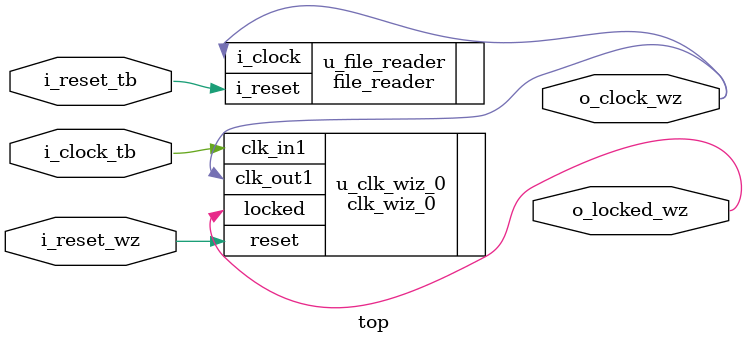
<source format=v>
`timescale 1ns / 1ps



module top
(
    input   i_reset_tb,
    input   i_clock_tb,
    input   i_reset_wz,
    output  o_locked_wz,
    output  o_clock_wz
);    
    
    clk_wiz_0
    u_clk_wiz_0
    (
        .clk_in1                (i_clock_tb),
        .reset                  (i_reset_wz),
        .clk_out1               (o_clock_wz),
        .locked                 (o_locked_wz)
    );
    
    file_reader
    u_file_reader
    (
        .i_clock                (o_clock_wz),
        .i_reset                (i_reset_tb)
    );
     
endmodule

</source>
